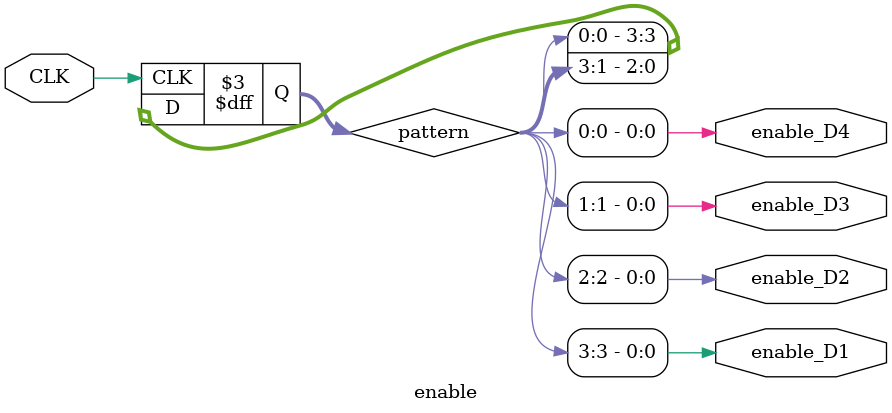
<source format=v>
`timescale 1ns / 1ps


module enable(
    input CLK,
    output enable_D1,
    output enable_D2,
    output enable_D3,
    output enable_D4
    );
    
    reg [3:0] pattern = 4'b0111;
    
    assign enable_D1 = pattern[3];
    
    assign enable_D2 = pattern[2];
    assign enable_D3 = pattern[1];
    assign enable_D4 = pattern[0];
       
    //Shift each Vector
    always @(posedge CLK) begin
        pattern <= {pattern[0],pattern[3:1]};
    end
       
endmodule

</source>
